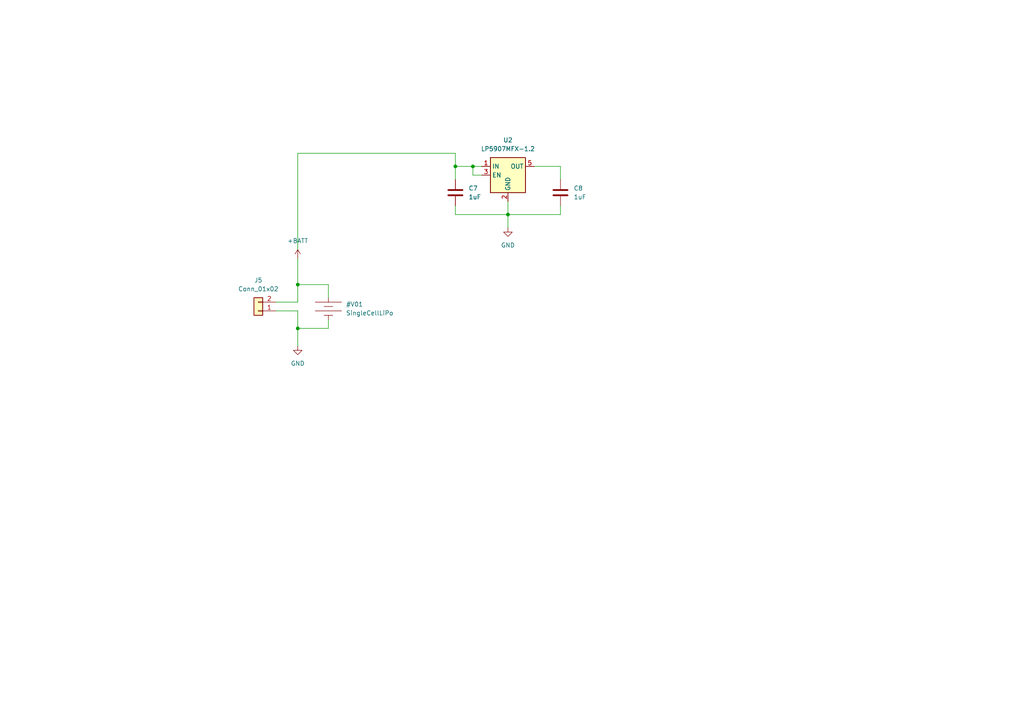
<source format=kicad_sch>
(kicad_sch (version 20230121) (generator eeschema)
  (paper "A4")
  (lib_symbols
    (symbol "Connector_Generic:Conn_01x02" (pin_names (offset 1.016) hide)
      (property "Reference" "J" (at 0 2.54 0))
      (property "Value" "Conn_01x02" (at 0 -5.08 0))
      (symbol "Conn_01x02_1_1"
        (rectangle (start -1.27 -2.413) (end 0 -2.667) (stroke (width 0.1524)))
        (rectangle (start -1.27 0.127) (end 0 -0.127) (stroke (width 0.1524)))
        (rectangle (start -1.27 1.27) (end 1.27 -3.81) (stroke (width 0.254)) (fill (type background)))
        (pin passive line (at -5.08 0 0) (length 3.81) (name "Pin_1") (number "1"))
        (pin passive line (at -5.08 -2.54 0) (length 3.81) (name "Pin_2") (number "2"))
      )
    )
    (symbol "Device:C" (pin_numbers hide) (pin_names (offset 0.254))
      (property "Reference" "C" (at 0.635 2.54 0))
      (property "Value" "C" (at 0.635 -2.54 0))
      (symbol "C_0_1"
        (polyline (pts (xy -2.032 -0.762) (xy 2.032 -0.762)) (stroke (width 0.508)))
        (polyline (pts (xy -2.032 0.762) (xy 2.032 0.762)) (stroke (width 0.508)))
      )
      (symbol "C_1_1"
        (pin passive line (at 0 3.81 270) (length 2.794) (name "~") (number "1"))
        (pin passive line (at 0 -3.81 90) (length 2.794) (name "~") (number "2"))
      )
    )
    (symbol "Regulator_Linear:LP5907MFX-1.2"
      (property "Reference" "U" (at -3.81 6.35 0))
      (property "Value" "LP5907MFX-1.2" (at 6.35 6.35 0))
      (symbol "LP5907MFX-1.2_0_1"
        (rectangle (start -5.08 -5.08) (end 5.08 5.08) (stroke (width 0.254)) (fill (type background)))
        (pin power_in line (at -7.62 2.54 0) (length 2.54) (name "IN") (number "1"))
        (pin power_in line (at 0 -7.62 90) (length 2.54) (name "GND") (number "2"))
        (pin input line (at -7.62 0 0) (length 2.54) (name "EN") (number "3"))
        (pin no_connect line (at 5.08 0 180) (length 2.54) hide (name "NC") (number "4"))
        (pin power_out line (at 7.62 2.54 180) (length 2.54) (name "OUT") (number "5"))
      )
    )
    (symbol "minimouse:SingleCellLiPo" (power) (pin_numbers hide) (pin_names hide) (in_bom no) (on_board no)
      (property "Reference" "V" (at 1.8796 0.3048 0))
      (property "Value" "SingleCellLiPo" (at -11.43 1.27 0))
      (symbol "SingleCellLiPo_0_1"
        (polyline (pts (xy -3.81 0) (xy 3.81 0)))
        (polyline (pts (xy -3.81 2.54) (xy 3.81 2.54)))
        (polyline (pts (xy -1.27 -1.27) (xy 1.27 -1.27)))
        (polyline (pts (xy -1.27 1.27) (xy 1.27 1.27)))
      )
      (symbol "SingleCellLiPo_1_1"
        (pin power_out line (at 0 -2.54 90) (length 1.27) (name "+") (number ""))
        (pin power_out line (at 0 3.81 270) (length 1.27) (name "+") (number ""))
      )
    )
    (symbol "power:+BATT" (power) (pin_names (offset 0))
      (property "Value" "+BATT" (at 0 3.556 0))
      (symbol "+BATT_0_1"
        (polyline (pts (xy -0.762 1.27) (xy 0 2.54)))
        (polyline (pts (xy 0 0) (xy 0 2.54)))
        (polyline (pts (xy 0 2.54) (xy 0.762 1.27)))
      )
      (symbol "+BATT_1_1"
        (pin power_in line (at 0 0 90) (length 0) hide (name "+BATT") (number "1"))
      )
    )
    (symbol "power:GND" (power) (pin_names (offset 0))
      (property "Value" "GND" (at 0 -3.81 0))
      (symbol "GND_0_1"
        (polyline (pts (xy 0 0) (xy 0 -1.27) (xy 1.27 -1.27) (xy 0 -2.54) (xy -1.27 -1.27) (xy 0 -1.27)))
      )
      (symbol "GND_1_1"
        (pin power_in line (at 0 0 270) (length 0) hide (name "GND") (number "1"))
      )
    )
  )
  (junction (at 86.36 82.55))
  (junction (at 137.16 48.26))
  (junction (at 147.32 62.23))
  (junction (at 86.36 95.25))
  (junction (at 132.08 48.26))
  (wire (pts (xy 147.32 58.42) (xy 147.32 62.23)))
  (wire (pts (xy 86.36 90.17) (xy 86.36 95.25)))
  (wire (pts (xy 162.56 59.69) (xy 162.56 62.23)))
  (wire (pts (xy 137.16 48.26) (xy 139.7 48.26)))
  (wire (pts (xy 95.25 82.55) (xy 86.36 82.55)))
  (wire (pts (xy 86.36 74.93) (xy 86.36 82.55)))
  (wire (pts (xy 95.25 86.36) (xy 95.25 82.55)))
  (wire (pts (xy 154.94 48.26) (xy 162.56 48.26)))
  (wire (pts (xy 95.25 92.71) (xy 95.25 95.25)))
  (wire (pts (xy 132.08 44.45) (xy 86.36 44.45)))
  (wire (pts (xy 137.16 50.8) (xy 137.16 48.26)))
  (wire (pts (xy 132.08 48.26) (xy 137.16 48.26)))
  (wire (pts (xy 80.01 87.63) (xy 86.36 87.63)))
  (wire (pts (xy 162.56 62.23) (xy 147.32 62.23)))
  (wire (pts (xy 132.08 44.45) (xy 132.08 48.26)))
  (wire (pts (xy 147.32 62.23) (xy 147.32 66.04)))
  (wire (pts (xy 139.7 50.8) (xy 137.16 50.8)))
  (wire (pts (xy 86.36 95.25) (xy 86.36 100.33)))
  (wire (pts (xy 95.25 95.25) (xy 86.36 95.25)))
  (wire (pts (xy 132.08 48.26) (xy 132.08 52.07)))
  (wire (pts (xy 86.36 82.55) (xy 86.36 87.63)))
  (wire (pts (xy 86.36 44.45) (xy 86.36 72.39)))
  (wire (pts (xy 132.08 62.23) (xy 147.32 62.23)))
  (wire (pts (xy 162.56 48.26) (xy 162.56 52.07)))
  (wire (pts (xy 132.08 59.69) (xy 132.08 62.23)))
  (wire (pts (xy 80.01 90.17) (xy 86.36 90.17)))
  (symbol (lib_id "power:+BATT") (at 86.36 74.93 0) (unit 1)
    (property "Reference" "#PWR036" (effects hide))
    (property "Value" "+BATT" (at 86.36 69.85 0))
  )
  (symbol (lib_id "Regulator_Linear:LP5907MFX-1.2") (at 147.32 50.8 0) (unit 1)
    (property "Reference" "U2" (at 147.32 40.64 0))
    (property "Value" "LP5907MFX-1.2" (at 147.32 43.18 0))
    (property "Footprint" "Package_TO_SOT_SMD:SOT-23-5" (effects hide))
    (property "Datasheet" "http://www.ti.com/lit/ds/symlink/lp5907.pdf" (effects hide))
  )
  (symbol (lib_id "minimouse:SingleCellLiPo") (at 95.25 90.17 0) (unit 1) (in_bom no) (on_board no)
    (property "Reference" "#V01" (at 100.33 88.265 0) (effects (justify left)))
    (property "Value" "SingleCellLiPo" (at 100.33 90.805 0) (effects (justify left)))
  )
  (symbol (lib_id "Device:C") (at 162.56 55.88 0) (unit 1)
    (property "Reference" "C8" (at 166.37 54.61 0) (effects (justify left)))
    (property "Value" "1uF" (at 166.37 57.15 0) (effects (justify left)))
  )
  (symbol (lib_id "Device:C") (at 132.08 55.88 0) (unit 1)
    (property "Reference" "C7" (at 135.89 54.61 0) (effects (justify left)))
    (property "Value" "1uF" (at 135.89 57.15 0) (effects (justify left)))
  )
  (symbol (lib_id "Connector_Generic:Conn_01x02") (at 74.93 90.17 180) (unit 1)
    (property "Reference" "J5" (at 74.93 81.28 0))
    (property "Value" "Conn_01x02" (at 74.93 83.82 0))
    (property "Footprint" "Connector_PinHeader_2.54mm:PinHeader_1x02_P2.54mm_Vertical" (effects hide))
  )
  (symbol (lib_id "power:GND") (at 147.32 66.04 0) (unit 1)
    (property "Reference" "#PWR08" (effects hide))
    (property "Value" "GND" (at 147.32 71.12 0))
  )
  (symbol (lib_id "power:GND") (at 86.36 100.33 0) (unit 1)
    (property "Reference" "#PWR037" (effects hide))
    (property "Value" "GND" (at 86.36 105.41 0))
  )
)
</source>
